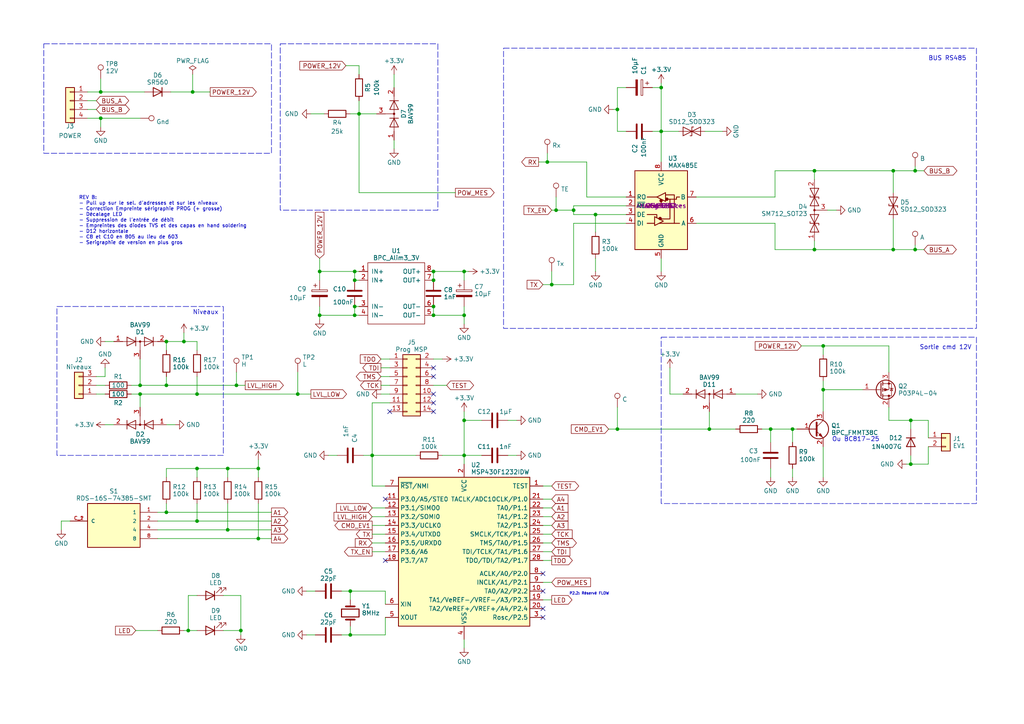
<source format=kicad_sch>
(kicad_sch (version 20230121) (generator eeschema)
  (paper "A4")
  (title_block (title "Esclave Oya MSP430") (date "2025-05-08") (rev "Rev B1") (company "BPC") (comment 1 "Alim 12V - Bus RS485 - cmd EV/Pompe - Niveaux - Débit") (comment 2 "Mesure alim"))
  (junction (at 265.43 49.53))
  (junction (at 172.72 62.23))
  (junction (at 55.88 26.67))
  (junction (at 179.07 31.75))
  (junction (at 134.62 78.74))
  (junction (at 134.62 91.44))
  (junction (at 191.77 25.4))
  (junction (at 191.77 38.1))
  (junction (at 57.15 151.13))
  (junction (at 29.21 34.29))
  (junction (at 74.93 156.21))
  (junction (at 54.61 182.88))
  (junction (at 134.62 132.08))
  (junction (at 101.6 184.15))
  (junction (at 29.21 26.67))
  (junction (at 53.34 99.06))
  (junction (at 57.15 114.3))
  (junction (at 40.64 111.76))
  (junction (at 101.6 171.45))
  (junction (at 259.08 72.39))
  (junction (at 57.15 135.89))
  (junction (at 40.64 114.3))
  (junction (at 66.04 153.67))
  (junction (at 48.26 148.59))
  (junction (at 223.52 124.46))
  (junction (at 265.43 72.39))
  (junction (at 69.85 182.88))
  (junction (at 160.02 82.55))
  (junction (at 102.87 88.9))
  (junction (at 166.37 60.96))
  (junction (at 66.04 135.89))
  (junction (at 92.71 78.74))
  (junction (at 158.75 46.99))
  (junction (at 179.07 124.46))
  (junction (at 102.87 81.28))
  (junction (at 74.93 135.89))
  (junction (at 229.87 124.46))
  (junction (at 48.26 111.76))
  (junction (at 264.16 134.62))
  (junction (at 236.22 49.53))
  (junction (at 125.73 88.9))
  (junction (at 236.22 72.39))
  (junction (at 259.08 49.53))
  (junction (at 102.87 91.44))
  (junction (at 125.73 91.44))
  (junction (at 92.71 91.44))
  (junction (at 86.36 114.3))
  (junction (at 125.73 81.28))
  (junction (at 102.87 78.74))
  (junction (at 68.58 111.76))
  (junction (at 107.95 132.08))
  (junction (at 161.29 60.96))
  (junction (at 238.76 100.33))
  (junction (at 238.76 113.03))
  (junction (at 205.74 124.46))
  (junction (at 125.73 78.74))
  (junction (at 134.62 121.92))
  (junction (at 48.26 99.06))
  (junction (at 104.14 33.02))
  (junction (at 264.16 121.92))
  (no_connect (at 157.48 171.45))
  (no_connect (at 125.73 109.22))
  (no_connect (at 157.48 166.37))
  (no_connect (at 111.76 144.78))
  (no_connect (at 111.76 162.56))
  (no_connect (at 125.73 116.84))
  (no_connect (at 113.03 119.38))
  (no_connect (at 157.48 176.53))
  (no_connect (at 125.73 114.3))
  (no_connect (at 125.73 119.38))
  (no_connect (at 157.48 179.07))
  (no_connect (at 125.73 106.68))
  (wire (pts (xy 55.88 26.67) (xy 60.96 26.67)))
  (wire (pts (xy 157.48 162.56) (xy 160.02 162.56)))
  (wire (pts (xy 88.9 184.15) (xy 91.44 184.15)))
  (wire (pts (xy 107.95 140.97) (xy 111.76 140.97)))
  (wire (pts (xy 40.64 111.76) (xy 38.1 111.76)))
  (wire (pts (xy 54.61 172.72) (xy 57.15 172.72)))
  (wire (pts (xy 265.43 48.26) (xy 265.43 49.53)))
  (wire (pts (xy 54.61 182.88) (xy 57.15 182.88)))
  (wire (pts (xy 102.87 88.9) (xy 104.14 88.9)))
  (wire (pts (xy 38.1 114.3) (xy 40.64 114.3)))
  (wire (pts (xy 104.14 33.02) (xy 109.22 33.02)))
  (wire (pts (xy 158.75 46.99) (xy 170.18 46.99)))
  (wire (pts (xy 102.87 78.74) (xy 104.14 78.74)))
  (wire (pts (xy 161.29 60.96) (xy 166.37 60.96)))
  (wire (pts (xy 30.48 106.68) (xy 30.48 109.22)))
  (wire (pts (xy 179.07 31.75) (xy 179.07 25.4)))
  (wire (pts (xy 30.48 111.76) (xy 27.94 111.76)))
  (wire (pts (xy 110.49 106.68) (xy 113.03 106.68)))
  (wire (pts (xy 134.62 93.98) (xy 134.62 91.44)))
  (wire (pts (xy 134.62 121.92) (xy 139.7 121.92)))
  (wire (pts (xy 39.37 182.88) (xy 45.72 182.88)))
  (wire (pts (xy 194.31 114.3) (xy 198.12 114.3)))
  (wire (pts (xy 92.71 78.74) (xy 102.87 78.74)))
  (wire (pts (xy 157.48 140.97) (xy 160.02 140.97)))
  (wire (pts (xy 238.76 129.54) (xy 238.76 138.43)))
  (wire (pts (xy 125.73 78.74) (xy 134.62 78.74)))
  (wire (pts (xy 25.4 26.67) (xy 29.21 26.67)))
  (wire (pts (xy 134.62 121.92) (xy 134.62 132.08)))
  (wire (pts (xy 114.3 21.59) (xy 114.3 25.4)))
  (wire (pts (xy 104.14 55.88) (xy 132.08 55.88)))
  (wire (pts (xy 157.48 147.32) (xy 160.02 147.32)))
  (wire (pts (xy 107.95 132.08) (xy 120.65 132.08)))
  (wire (pts (xy 157.48 144.78) (xy 160.02 144.78)))
  (wire (pts (xy 53.34 182.88) (xy 54.61 182.88)))
  (wire (pts (xy 48.26 123.19) (xy 50.8 123.19)))
  (wire (pts (xy 111.76 175.26) (xy 111.76 171.45)))
  (wire (pts (xy 191.77 38.1) (xy 196.85 38.1)))
  (wire (pts (xy 57.15 135.89) (xy 66.04 135.89)))
  (wire (pts (xy 40.64 114.3) (xy 40.64 118.11)))
  (wire (pts (xy 57.15 151.13) (xy 78.74 151.13)))
  (wire (pts (xy 224.79 72.39) (xy 224.79 64.77)))
  (wire (pts (xy 170.18 46.99) (xy 170.18 57.15)))
  (wire (pts (xy 29.21 36.83) (xy 29.21 34.29)))
  (wire (pts (xy 111.76 179.07) (xy 111.76 184.15)))
  (wire (pts (xy 29.21 22.86) (xy 29.21 26.67)))
  (wire (pts (xy 53.34 96.52) (xy 53.34 99.06)))
  (wire (pts (xy 191.77 25.4) (xy 191.77 38.1)))
  (wire (pts (xy 238.76 100.33) (xy 238.76 102.87)))
  (wire (pts (xy 160.02 82.55) (xy 166.37 82.55)))
  (wire (pts (xy 99.06 171.45) (xy 101.6 171.45)))
  (wire (pts (xy 265.43 72.39) (xy 267.97 72.39)))
  (wire (pts (xy 68.58 111.76) (xy 71.12 111.76)))
  (wire (pts (xy 161.29 57.15) (xy 161.29 60.96)))
  (wire (pts (xy 262.89 134.62) (xy 264.16 134.62)))
  (wire (pts (xy 189.23 38.1) (xy 191.77 38.1)))
  (wire (pts (xy 66.04 153.67) (xy 66.04 146.05)))
  (wire (pts (xy 104.14 55.88) (xy 104.14 33.02)))
  (wire (pts (xy 54.61 182.88) (xy 54.61 172.72)))
  (wire (pts (xy 134.62 78.74) (xy 135.89 78.74)))
  (wire (pts (xy 48.26 146.05) (xy 48.26 148.59)))
  (wire (pts (xy 125.73 88.9) (xy 125.73 91.44)))
  (wire (pts (xy 157.48 173.99) (xy 160.02 173.99)))
  (wire (pts (xy 257.81 107.95) (xy 257.81 100.33)))
  (wire (pts (xy 259.08 72.39) (xy 265.43 72.39)))
  (wire (pts (xy 157.48 157.48) (xy 160.02 157.48)))
  (wire (pts (xy 102.87 88.9) (xy 102.87 91.44)))
  (wire (pts (xy 191.77 74.93) (xy 191.77 78.74)))
  (wire (pts (xy 104.14 29.21) (xy 104.14 33.02)))
  (wire (pts (xy 25.4 29.21) (xy 27.94 29.21)))
  (wire (pts (xy 101.6 181.61) (xy 101.6 184.15)))
  (wire (pts (xy 204.47 38.1) (xy 209.55 38.1)))
  (wire (pts (xy 88.9 171.45) (xy 91.44 171.45)))
  (wire (pts (xy 265.43 71.12) (xy 265.43 72.39)))
  (wire (pts (xy 259.08 63.5) (xy 259.08 72.39)))
  (wire (pts (xy 48.26 111.76) (xy 68.58 111.76)))
  (wire (pts (xy 134.62 185.42) (xy 134.62 187.96)))
  (wire (pts (xy 181.61 38.1) (xy 179.07 38.1)))
  (wire (pts (xy 49.53 26.67) (xy 55.88 26.67)))
  (wire (pts (xy 48.26 135.89) (xy 57.15 135.89)))
  (wire (pts (xy 179.07 118.11) (xy 179.07 124.46)))
  (wire (pts (xy 110.49 111.76) (xy 113.03 111.76)))
  (wire (pts (xy 179.07 25.4) (xy 181.61 25.4)))
  (wire (pts (xy 110.49 114.3) (xy 113.03 114.3)))
  (wire (pts (xy 125.73 111.76) (xy 129.54 111.76)))
  (wire (pts (xy 33.02 99.06) (xy 30.48 99.06)))
  (wire (pts (xy 236.22 49.53) (xy 259.08 49.53)))
  (wire (pts (xy 223.52 135.89) (xy 223.52 138.43)))
  (wire (pts (xy 90.17 33.02) (xy 93.98 33.02)))
  (wire (pts (xy 134.62 132.08) (xy 139.7 132.08)))
  (wire (pts (xy 160.02 78.74) (xy 160.02 82.55)))
  (wire (pts (xy 92.71 92.71) (xy 92.71 91.44)))
  (wire (pts (xy 92.71 81.28) (xy 92.71 78.74)))
  (wire (pts (xy 229.87 124.46) (xy 231.14 124.46)))
  (wire (pts (xy 27.94 114.3) (xy 30.48 114.3)))
  (wire (pts (xy 66.04 135.89) (xy 66.04 138.43)))
  (wire (pts (xy 100.33 19.05) (xy 104.14 19.05)))
  (wire (pts (xy 191.77 24.13) (xy 191.77 25.4)))
  (wire (pts (xy 48.26 109.22) (xy 48.26 111.76)))
  (wire (pts (xy 205.74 124.46) (xy 213.36 124.46)))
  (wire (pts (xy 269.24 127) (xy 269.24 121.92)))
  (wire (pts (xy 238.76 113.03) (xy 250.19 113.03)))
  (wire (pts (xy 99.06 184.15) (xy 101.6 184.15)))
  (wire (pts (xy 107.95 132.08) (xy 107.95 140.97)))
  (wire (pts (xy 74.93 133.35) (xy 74.93 135.89)))
  (wire (pts (xy 269.24 129.54) (xy 269.24 134.62)))
  (wire (pts (xy 166.37 59.69) (xy 166.37 60.96)))
  (wire (pts (xy 105.41 132.08) (xy 107.95 132.08)))
  (wire (pts (xy 236.22 49.53) (xy 236.22 52.07)))
  (wire (pts (xy 86.36 114.3) (xy 90.17 114.3)))
  (wire (pts (xy 201.93 64.77) (xy 224.79 64.77)))
  (wire (pts (xy 57.15 151.13) (xy 57.15 146.05)))
  (wire (pts (xy 40.64 111.76) (xy 48.26 111.76)))
  (wire (pts (xy 179.07 124.46) (xy 205.74 124.46)))
  (wire (pts (xy 107.95 160.02) (xy 111.76 160.02)))
  (wire (pts (xy 177.8 31.75) (xy 179.07 31.75)))
  (wire (pts (xy 68.58 107.95) (xy 68.58 111.76)))
  (wire (pts (xy 74.93 156.21) (xy 74.93 146.05)))
  (wire (pts (xy 172.72 74.93) (xy 172.72 78.74)))
  (wire (pts (xy 53.34 99.06) (xy 57.15 99.06)))
  (wire (pts (xy 229.87 135.89) (xy 229.87 138.43)))
  (wire (pts (xy 69.85 172.72) (xy 69.85 182.88)))
  (wire (pts (xy 55.88 21.59) (xy 55.88 26.67)))
  (wire (pts (xy 125.73 104.14) (xy 128.27 104.14)))
  (wire (pts (xy 201.93 57.15) (xy 224.79 57.15)))
  (wire (pts (xy 259.08 49.53) (xy 259.08 55.88)))
  (wire (pts (xy 236.22 72.39) (xy 224.79 72.39)))
  (wire (pts (xy 40.64 104.14) (xy 40.64 111.76)))
  (wire (pts (xy 166.37 62.23) (xy 172.72 62.23)))
  (wire (pts (xy 74.93 135.89) (xy 74.93 138.43)))
  (wire (pts (xy 134.62 119.38) (xy 134.62 121.92)))
  (wire (pts (xy 107.95 147.32) (xy 111.76 147.32)))
  (wire (pts (xy 48.26 138.43) (xy 48.26 135.89)))
  (wire (pts (xy 147.32 132.08) (xy 149.86 132.08)))
  (wire (pts (xy 259.08 49.53) (xy 265.43 49.53)))
  (wire (pts (xy 30.48 109.22) (xy 27.94 109.22)))
  (wire (pts (xy 134.62 88.9) (xy 134.62 91.44)))
  (wire (pts (xy 57.15 135.89) (xy 57.15 138.43)))
  (wire (pts (xy 110.49 104.14) (xy 113.03 104.14)))
  (wire (pts (xy 157.48 160.02) (xy 160.02 160.02)))
  (wire (pts (xy 176.53 124.46) (xy 179.07 124.46)))
  (wire (pts (xy 238.76 110.49) (xy 238.76 113.03)))
  (wire (pts (xy 107.95 149.86) (xy 111.76 149.86)))
  (wire (pts (xy 25.4 31.75) (xy 27.94 31.75)))
  (wire (pts (xy 128.27 132.08) (xy 134.62 132.08)))
  (wire (pts (xy 223.52 124.46) (xy 223.52 128.27)))
  (wire (pts (xy 264.16 121.92) (xy 264.16 124.46)))
  (wire (pts (xy 40.64 114.3) (xy 57.15 114.3)))
  (wire (pts (xy 30.48 123.19) (xy 33.02 123.19)))
  (wire (pts (xy 224.79 57.15) (xy 224.79 49.53)))
  (wire (pts (xy 213.36 114.3) (xy 219.71 114.3)))
  (wire (pts (xy 157.48 154.94) (xy 160.02 154.94)))
  (wire (pts (xy 166.37 59.69) (xy 181.61 59.69)))
  (wire (pts (xy 160.02 60.96) (xy 161.29 60.96)))
  (wire (pts (xy 102.87 91.44) (xy 104.14 91.44)))
  (wire (pts (xy 240.03 60.96) (xy 242.57 60.96)))
  (wire (pts (xy 57.15 109.22) (xy 57.15 114.3)))
  (wire (pts (xy 92.71 91.44) (xy 92.71 88.9)))
  (wire (pts (xy 166.37 64.77) (xy 181.61 64.77)))
  (wire (pts (xy 48.26 148.59) (xy 78.74 148.59)))
  (wire (pts (xy 107.95 154.94) (xy 111.76 154.94)))
  (wire (pts (xy 147.32 121.92) (xy 149.86 121.92)))
  (wire (pts (xy 224.79 49.53) (xy 236.22 49.53)))
  (wire (pts (xy 189.23 25.4) (xy 191.77 25.4)))
  (wire (pts (xy 194.31 106.68) (xy 194.31 114.3)))
  (wire (pts (xy 229.87 124.46) (xy 229.87 128.27)))
  (wire (pts (xy 157.48 149.86) (xy 160.02 149.86)))
  (wire (pts (xy 238.76 100.33) (xy 257.81 100.33)))
  (wire (pts (xy 157.48 168.91) (xy 160.02 168.91)))
  (wire (pts (xy 265.43 49.53) (xy 267.97 49.53)))
  (wire (pts (xy 257.81 118.11) (xy 257.81 121.92)))
  (wire (pts (xy 264.16 132.08) (xy 264.16 134.62)))
  (wire (pts (xy 20.32 151.13) (xy 17.78 151.13)))
  (wire (pts (xy 156.21 46.99) (xy 158.75 46.99)))
  (wire (pts (xy 17.78 151.13) (xy 17.78 153.67)))
  (wire (pts (xy 172.72 62.23) (xy 181.61 62.23)))
  (wire (pts (xy 114.3 40.64) (xy 114.3 43.18)))
  (wire (pts (xy 45.72 153.67) (xy 66.04 153.67)))
  (wire (pts (xy 64.77 182.88) (xy 69.85 182.88)))
  (wire (pts (xy 104.14 19.05) (xy 104.14 21.59)))
  (wire (pts (xy 158.75 44.45) (xy 158.75 46.99)))
  (wire (pts (xy 125.73 78.74) (xy 125.73 81.28)))
  (wire (pts (xy 92.71 74.93) (xy 92.71 78.74)))
  (wire (pts (xy 269.24 121.92) (xy 264.16 121.92)))
  (wire (pts (xy 172.72 62.23) (xy 172.72 67.31)))
  (wire (pts (xy 45.72 148.59) (xy 48.26 148.59)))
  (wire (pts (xy 45.72 156.21) (xy 74.93 156.21)))
  (wire (pts (xy 264.16 121.92) (xy 257.81 121.92)))
  (wire (pts (xy 264.16 134.62) (xy 269.24 134.62)))
  (wire (pts (xy 125.73 91.44) (xy 134.62 91.44)))
  (wire (pts (xy 48.26 99.06) (xy 53.34 99.06)))
  (wire (pts (xy 29.21 26.67) (xy 41.91 26.67)))
  (wire (pts (xy 66.04 135.89) (xy 74.93 135.89)))
  (wire (pts (xy 29.21 34.29) (xy 25.4 34.29)))
  (wire (pts (xy 57.15 114.3) (xy 86.36 114.3)))
  (wire (pts (xy 66.04 153.67) (xy 78.74 153.67)))
  (wire (pts (xy 107.95 116.84) (xy 107.95 132.08)))
  (wire (pts (xy 110.49 109.22) (xy 113.03 109.22)))
  (wire (pts (xy 64.77 172.72) (xy 69.85 172.72)))
  (wire (pts (xy 107.95 116.84) (xy 113.03 116.84)))
  (wire (pts (xy 86.36 107.95) (xy 86.36 114.3)))
  (wire (pts (xy 223.52 124.46) (xy 229.87 124.46)))
  (wire (pts (xy 69.85 182.88) (xy 69.85 184.15)))
  (wire (pts (xy 102.87 78.74) (xy 102.87 81.28)))
  (wire (pts (xy 157.48 82.55) (xy 160.02 82.55)))
  (wire (pts (xy 45.72 151.13) (xy 57.15 151.13)))
  (wire (pts (xy 166.37 60.96) (xy 166.37 62.23)))
  (wire (pts (xy 57.15 99.06) (xy 57.15 101.6)))
  (wire (pts (xy 191.77 38.1) (xy 191.77 46.99)))
  (wire (pts (xy 95.25 132.08) (xy 97.79 132.08)))
  (wire (pts (xy 166.37 82.55) (xy 166.37 64.77)))
  (wire (pts (xy 48.26 99.06) (xy 48.26 101.6)))
  (wire (pts (xy 134.62 78.74) (xy 134.62 81.28)))
  (wire (pts (xy 101.6 171.45) (xy 101.6 173.99)))
  (wire (pts (xy 107.95 157.48) (xy 111.76 157.48)))
  (wire (pts (xy 238.76 113.03) (xy 238.76 119.38)))
  (wire (pts (xy 92.71 91.44) (xy 102.87 91.44)))
  (wire (pts (xy 179.07 38.1) (xy 179.07 31.75)))
  (wire (pts (xy 134.62 132.08) (xy 134.62 134.62)))
  (wire (pts (xy 40.64 34.29) (xy 29.21 34.29)))
  (wire (pts (xy 205.74 119.38) (xy 205.74 124.46)))
  (wire (pts (xy 236.22 69.85) (xy 236.22 72.39)))
  (wire (pts (xy 74.93 156.21) (xy 78.74 156.21)))
  (wire (pts (xy 232.41 100.33) (xy 238.76 100.33)))
  (wire (pts (xy 102.87 81.28) (xy 104.14 81.28)))
  (wire (pts (xy 181.61 57.15) (xy 170.18 57.15)))
  (wire (pts (xy 101.6 33.02) (xy 104.14 33.02)))
  (wire (pts (xy 111.76 171.45) (xy 101.6 171.45)))
  (wire (pts (xy 157.48 152.4) (xy 160.02 152.4)))
  (wire (pts (xy 236.22 72.39) (xy 259.08 72.39)))
  (wire (pts (xy 107.95 152.4) (xy 111.76 152.4)))
  (wire (pts (xy 101.6 184.15) (xy 111.76 184.15)))
  (wire (pts (xy 220.98 124.46) (xy 223.52 124.46)))
  (rectangle (start 191.77 97.79) (end 283.21 146.05) (stroke (width 0) (type dash)))
  (rectangle (start 16.51 88.9) (end 64.77 132.08) (stroke (width 0) (type dash)))
  (rectangle (start 146.05 13.97) (end 283.21 95.25) (stroke (width 0) (type dash)))
  (rectangle (start 12.7 12.7) (end 78.74 44.45) (stroke (width 0) (type dash)))
  (rectangle (start 81.28 12.7) (end 127 60.96) (stroke (width 0) (type dash)))
  (text "BUS RS485" (at 269.24 17.78 0) (effects (font (size 1.27 1.27)) (justify left bottom)))
  (text "Sortie cmd 12V" (at 266.7 101.6 0) (effects (font (size 1.27 1.27)) (justify left bottom)))
  (text "P2.2: Réservé FLOW" (at 165.1 172.72 0) (effects (font (size 0.762 0.762)) (justify left bottom)))
  (text "REV B:\n- Pull up sur le sel. d'adresses et sur les niveaux\n- Correction Empreinte sérigraphie PROG (+ grosse)\n- Décalage LED\n- Suppression de l'entrée de débit\n- Empreintes des diodes TVS et des capas en hand soldering\n- D12 horizontale\n- C8 et C10 en 805 au lieu de 603\n- Serigraphie de version en plus gros" (at 22.86 71.12 0) (effects (font (size 1.016 1.016)) (justify left bottom)))
  (text "Ou BC817-25" (at 241.3 128.27 0) (effects (font (size 1.27 1.27)) (justify left bottom)))
  (text "Niveaux" (at 55.88 91.44 0) (effects (font (size 1.27 1.27)) (justify left bottom)))
  (global_label "LED" (shape output) (at 160.02 173.99 0) (property "Intersheetrefs" "${INTERSHEET_REFS}" (effects hide)))
  (global_label "A1" (shape output) (at 78.74 148.59 0) (property "Intersheetrefs" "${INTERSHEET_REFS}" (effects hide)))
  (global_label "BUS_B" (shape tri_state) (at 27.94 31.75 0) (property "Intersheetrefs" "${INTERSHEET_REFS}" (effects hide)))
  (global_label "BUS_B" (shape tri_state) (at 267.97 49.53 0) (property "Intersheetrefs" "${INTERSHEET_REFS}" (effects hide)))
  (global_label "POWER_12V" (shape input) (at 100.33 19.05 180) (property "Intersheetrefs" "${INTERSHEET_REFS}" (effects hide)))
  (global_label "LVL_LOW" (shape input) (at 107.95 147.32 180) (property "Intersheetrefs" "${INTERSHEET_REFS}" (effects hide)))
  (global_label "CMD_EV1" (shape input) (at 176.53 124.46 180) (property "Intersheetrefs" "${INTERSHEET_REFS}" (effects hide)))
  (global_label "BUS_A" (shape tri_state) (at 267.97 72.39 0) (property "Intersheetrefs" "${INTERSHEET_REFS}" (effects hide)))
  (global_label "TX_EN" (shape output) (at 107.95 160.02 180) (property "Intersheetrefs" "${INTERSHEET_REFS}" (effects hide)))
  (global_label "A2" (shape output) (at 78.74 151.13 0) (property "Intersheetrefs" "${INTERSHEET_REFS}" (effects hide)))
  (global_label "TDO" (shape input) (at 110.49 104.14 180) (property "Intersheetrefs" "${INTERSHEET_REFS}" (effects hide)))
  (global_label "TMS" (shape bidirectional) (at 110.49 109.22 180) (property "Intersheetrefs" "${INTERSHEET_REFS}" (effects hide)))
  (global_label "TDI" (shape output) (at 110.49 106.68 180) (property "Intersheetrefs" "${INTERSHEET_REFS}" (effects hide)))
  (global_label "A3" (shape input) (at 160.02 152.4 0) (property "Intersheetrefs" "${INTERSHEET_REFS}" (effects hide)))
  (global_label "TEST" (shape bidirectional) (at 160.02 140.97 0) (property "Intersheetrefs" "${INTERSHEET_REFS}" (effects hide)))
  (global_label "POW_MES" (shape output) (at 132.08 55.88 0) (property "Intersheetrefs" "${INTERSHEET_REFS}" (effects hide)))
  (global_label "TCK" (shape output) (at 110.49 111.76 180) (property "Intersheetrefs" "${INTERSHEET_REFS}" (effects hide)))
  (global_label "LVL_HIGH" (shape input) (at 107.95 149.86 180) (property "Intersheetrefs" "${INTERSHEET_REFS}" (effects hide)))
  (global_label "BUS_A" (shape tri_state) (at 27.94 29.21 0) (property "Intersheetrefs" "${INTERSHEET_REFS}" (effects hide)))
  (global_label "POWER_12V" (shape input) (at 92.71 74.93 90) (property "Intersheetrefs" "${INTERSHEET_REFS}" (effects hide)))
  (global_label "TMS" (shape bidirectional) (at 160.02 157.48 0) (property "Intersheetrefs" "${INTERSHEET_REFS}" (effects hide)))
  (global_label "TDI" (shape input) (at 160.02 160.02 0) (property "Intersheetrefs" "${INTERSHEET_REFS}" (effects hide)))
  (global_label "TEST" (shape bidirectional) (at 129.54 111.76 0) (property "Intersheetrefs" "${INTERSHEET_REFS}" (effects hide)))
  (global_label "RX" (shape output) (at 156.21 46.99 180) (property "Intersheetrefs" "${INTERSHEET_REFS}" (effects hide)))
  (global_label "POW_MES" (shape input) (at 160.02 168.91 0) (property "Intersheetrefs" "${INTERSHEET_REFS}" (effects hide)))
  (global_label "TX" (shape output) (at 107.95 154.94 180) (property "Intersheetrefs" "${INTERSHEET_REFS}" (effects hide)))
  (global_label "TDO" (shape output) (at 160.02 162.56 0) (property "Intersheetrefs" "${INTERSHEET_REFS}" (effects hide)))
  (global_label "A1" (shape input) (at 160.02 147.32 0) (property "Intersheetrefs" "${INTERSHEET_REFS}" (effects hide)))
  (global_label "POWER_12V" (shape output) (at 60.96 26.67 0) (property "Intersheetrefs" "${INTERSHEET_REFS}" (effects hide)))
  (global_label "A2" (shape input) (at 160.02 149.86 0) (property "Intersheetrefs" "${INTERSHEET_REFS}" (effects hide)))
  (global_label "RX" (shape input) (at 107.95 157.48 180) (property "Intersheetrefs" "${INTERSHEET_REFS}" (effects hide)))
  (global_label "LVL_LOW" (shape output) (at 90.17 114.3 0) (property "Intersheetrefs" "${INTERSHEET_REFS}" (effects hide)))
  (global_label "TX_EN" (shape input) (at 160.02 60.96 180) (property "Intersheetrefs" "${INTERSHEET_REFS}" (effects hide)))
  (global_label "TX" (shape input) (at 157.48 82.55 180) (property "Intersheetrefs" "${INTERSHEET_REFS}" (effects hide)))
  (global_label "CMD_EV1" (shape output) (at 107.95 152.4 180) (property "Intersheetrefs" "${INTERSHEET_REFS}" (effects hide)))
  (global_label "LED" (shape input) (at 39.37 182.88 180) (property "Intersheetrefs" "${INTERSHEET_REFS}" (effects hide)))
  (global_label "A3" (shape output) (at 78.74 153.67 0) (property "Intersheetrefs" "${INTERSHEET_REFS}" (effects hide)))
  (global_label "A4" (shape input) (at 160.02 144.78 0) (property "Intersheetrefs" "${INTERSHEET_REFS}" (effects hide)))
  (global_label "TCK" (shape input) (at 160.02 154.94 0) (property "Intersheetrefs" "${INTERSHEET_REFS}" (effects hide)))
  (global_label "A4" (shape output) (at 78.74 156.21 0) (property "Intersheetrefs" "${INTERSHEET_REFS}" (effects hide)))
  (global_label "POWER_12V" (shape input) (at 232.41 100.33 180) (property "Intersheetrefs" "${INTERSHEET_REFS}" (effects hide)))
  (global_label "LVL_HIGH" (shape output) (at 71.12 111.76 0) (property "Intersheetrefs" "${INTERSHEET_REFS}" (effects hide)))
  (symbol (lib_id "Diode:BAV99") (at 205.74 114.3 0) (mirror y) (unit 1)
    (property "Reference" "D11" (at 205.74 111.5234 0))
    (property "Value" "BAV99" (at 205.74 109.4754 0))
    (property "Footprint" "Package_TO_SOT_SMD:SOT-23" (effects hide))
    (property "Datasheet" "https://assets.nexperia.com/documents/data-sheet/BAV99_SER.pdf" (effects hide))
    (property "RefFabricant" "BAV99" (effects hide))
    (property "RefFournisseur" "2675152" (effects hide))
    (property "Fabricant" "MULTICOMP PRO" (effects hide))
    (property "Fournisseur" "Farnell" (effects hide))
    (property "Description" "Diodes signaux faibles" (effects hide))
    (property "Price" "0,0994" (effects hide))
  )
  (symbol (lib_id "bpc:BPC_PROG_MSP") (at 118.11 111.76 0) (unit 1)
    (property "Reference" "J5" (at 119.38 99.29 0))
    (property "Value" "Prog MSP" (at 119.38 101.338 0))
    (property "Footprint" "bpc:BPC_PROG_MSP" (effects hide))
  )
  (symbol (lib_id "bpc:BPC_RDS-16S-74385-SMT") (at 33.02 151.13 0) (unit 1)
    (property "Reference" "S1" (at 33.02 142.47 0))
    (property "Value" "RDS-16S-74385-SMT" (at 33.02 144.518 0))
    (property "Footprint" "bpc:BPC_RDS-16S-74385-SMT" (effects hide))
    (property "MF" "CUI Devices" (effects hide))
    (property "MAXIMUM_PACKAGE_HEIGHT" "8.35mm" (effects hide))
    (property "Package" "None" (effects hide))
    (property "Price" "None" (effects hide))
    (property "Check_prices" "https://www.snapeda.com/parts/RDS-16S-74385-SMT/CUI+Devices/view-part/?ref=eda" (effects hide))
    (property "STANDARD" "Manufacturer Recommendations" (effects hide))
    (property "PARTREV" "1.0" (effects hide))
    (property "SnapEDA_Link" "https://www.snapeda.com/parts/RDS-16S-74385-SMT/CUI+Devices/view-part/?ref=snap" (effects hide))
    (property "MP" "RDS-16S-74385-SMT" (effects hide))
    (property "Description" "16 Position, Surface Mount, 5.08 mm Pitch, Flat Rotary Actuator, DIP Switch" (effects hide))
    (property "CUI_purchase_URL" "https://www.cuidevices.com/product/switches/dip-switches/rds-16s-74385-smt?utm_source=snapeda.com&utm_medium=referral&utm_campaign=snapedaBOM" (effects hide))
    (property "Availability" "In Stock" (effects hide))
    (property "MANUFACTURER" "CUI Devices" (effects hide))
    (property "RefFabricant" "RDS-16S-74385-SMT-TR" (effects hide))
    (property "Fabricant" "CUI Devices" (effects hide))
    (property "Purchase-URL" "https://www.digikey.at/en/products/detail/cui-devices/RDS-16S-74385-SMT-TR/13530571" (effects hide))
    (property "Fournisseur" "Digikey" (effects hide))
  )
  (symbol (lib_id "power:GND") (at 69.85 184.15 0) (unit 1)
    (property "Reference" "#PWR017" (effects hide))
    (property "Value" "GND" (at 69.85 188.095 0))
  )
  (symbol (lib_id "bpc:BPC_FMMT38C") (at 236.22 124.46 0) (unit 1)
    (property "Reference" "Q1" (at 241.0714 123.436 0) (effects (justify left)))
    (property "Value" "BPC_FMMT38C" (at 241.0714 125.484 0) (effects (justify left)))
    (property "Footprint" "bpc:BPC_SOT-23-3" (effects hide))
    (property "RefFabricant" "FMMT38C" (effects hide))
    (property "RefFournisseur" "9526315" (effects hide))
    (property "Fabricant" "DIODES" (effects hide))
    (property "Fournisseur" "Farnell" (effects hide))
    (property "Description" "Transistor NPN" (effects hide))
    (property "Price" "1,1844" (effects hide))
  )
  (symbol (lib_id "power:GND") (at 229.87 138.43 0) (unit 1)
    (property "Reference" "#PWR030" (effects hide))
    (property "Value" "GND" (at 229.87 142.375 0))
  )
  (symbol (lib_id "Device:R") (at 104.14 25.4 180) (unit 1)
    (property "Reference" "R5" (at 106.68 25.4 90))
    (property "Value" "100k" (at 109.22 25.4 90))
    (property "Footprint" "Resistor_SMD:R_0805_2012Metric_Pad1.20x1.40mm_HandSolder" (effects hide))
    (property "RefFabricant" "MCHVR05JTEW1003" (effects hide))
    (property "RefFournisseur" "2826073" (effects hide))
    (property "Fabricant" "MULTICOMP PRO" (effects hide))
    (property "Fournisseur" "Farnell" (effects hide))
    (property "Description" "Résistance 100 kOhms" (effects hide))
    (property "Price" "0,0522" (effects hide))
  )
  (symbol (lib_id "Device:LED") (at 60.96 182.88 180) (unit 1)
    (property "Reference" "D9" (at 62.5475 177.141 0))
    (property "Value" "LED" (at 62.5475 179.189 0))
    (property "Footprint" "LED_SMD:LED_0805_2012Metric_Pad1.15x1.40mm_HandSolder" (effects hide))
    (property "RefFabricant" "SML-D14VWT86C" (effects hide))
    (property "RefFournisseur" "2829438" (effects hide))
    (property "Fabricant" "ROHM" (effects hide))
    (property "Fournisseur" "Farnell" (effects hide))
    (property "Description" "LED rouge 805" (effects hide))
    (property "Price" "0,4992" (effects hide))
  )
  (symbol (lib_id "Device:C") (at 223.52 132.08 0) (unit 1)
    (property "Reference" "C3" (at 217.17 130.81 0) (effects (justify left)))
    (property "Value" "100nF" (at 214.63 133.35 0) (effects (justify left)))
    (property "Footprint" "Capacitor_SMD:C_0805_2012Metric_Pad1.18x1.45mm_HandSolder" (effects hide))
    (property "RefFabricant" "C0603C104K1RACTU" (effects hide))
    (property "RefFournisseur" "4199453" (effects hide))
    (property "Fabricant" "KEMET" (effects hide))
    (property "Fournisseur" "Farnell" (effects hide))
    (property "Description" "Condensateur céramique 100nF" (effects hide))
    (property "Price" "0,42" (effects hide))
  )
  (symbol (lib_id "bpc:BPC_Alim3_3V") (at 106.68 78.74 0) (unit 1)
    (property "Reference" "U1" (at 114.935 72.747 0))
    (property "Value" "BPC_Alim3_3V" (at 114.935 74.795 0))
    (property "Footprint" "bpc:BPC_Alim3_3V" (effects hide))
  )
  (symbol (lib_id "power:+3.3V") (at 53.34 96.52 0) (unit 1)
    (property "Reference" "#PWR04" (effects hide))
    (property "Value" "+3.3V" (at 54.737 95.25 0) (effects (justify left)))
  )
  (symbol (lib_id "power:GND") (at 114.3 43.18 0) (unit 1)
    (property "Reference" "#PWR016" (effects hide))
    (property "Value" "GND" (at 114.3 47.125 0))
  )
  (symbol (lib_id "power:PWR_FLAG") (at 55.88 21.59 0) (unit 1)
    (property "Reference" "#FLG02" (effects hide))
    (property "Value" "PWR_FLAG" (at 55.88 17.645 0))
  )
  (symbol (lib_id "power:GND") (at 29.21 36.83 0) (unit 1)
    (property "Reference" "#PWR013" (effects hide))
    (property "Value" "GND" (at 29.21 40.775 0))
  )
  (symbol (lib_id "Device:R") (at 238.76 106.68 0) (unit 1)
    (property "Reference" "R10" (at 240.538 105.656 0) (effects (justify left)))
    (property "Value" "100k" (at 240.538 107.704 0) (effects (justify left)))
    (property "Footprint" "Resistor_SMD:R_0805_2012Metric_Pad1.20x1.40mm_HandSolder" (effects hide))
    (property "RefFabricant" "MCHVR05JTEW1003" (effects hide))
    (property "RefFournisseur" "2826073" (effects hide))
    (property "Fabricant" "MULTICOMP PRO" (effects hide))
    (property "Fournisseur" "Farnell" (effects hide))
    (property "Description" "Résistance 100 kOhms" (effects hide))
    (property "Price" "0,0522" (effects hide))
  )
  (symbol (lib_id "Device:R") (at 48.26 105.41 180) (unit 1)
    (property "Reference" "R16" (at 50.038 104.386 0) (effects (justify right)))
    (property "Value" "100k" (at 50.038 106.434 0) (effects (justify right)))
    (property "Footprint" "Resistor_SMD:R_0805_2012Metric_Pad1.20x1.40mm_HandSolder" (effects hide))
    (property "RefFabricant" "MCHVR05JTEW1003" (effects hide))
    (property "RefFournisseur" "2826073" (effects hide))
    (property "Fabricant" "MULTICOMP PRO" (effects hide))
    (property "Fournisseur" "Farnell" (effects hide))
    (property "Description" "Résistance 100 kOhms" (effects hide))
    (property "Price" "0,0522" (effects hide))
  )
  (symbol (lib_id "power:GND") (at 238.76 138.43 0) (unit 1)
    (property "Reference" "#PWR031" (effects hide))
    (property "Value" "GND" (at 238.76 142.375 0))
  )
  (symbol (lib_id "power:GND") (at 242.57 60.96 90) (unit 1)
    (property "Reference" "#PWR012" (effects hide))
    (property "Value" "GND" (at 245.745 60.96 90) (effects (justify right)))
  )
  (symbol (lib_id "Device:C") (at 143.51 121.92 270) (unit 1)
    (property "Reference" "C12" (at 138.43 119.38 90) (effects (justify left)))
    (property "Value" "1µF" (at 144.78 119.38 90) (effects (justify left)))
    (property "Footprint" "Capacitor_SMD:C_0805_2012Metric_Pad1.18x1.45mm_HandSolder" (effects hide))
    (property "RefFabricant" "C0603C104K1RACTU" (effects hide))
    (property "RefFournisseur" "4199453" (effects hide))
    (property "Fabricant" "KEMET" (effects hide))
    (property "Fournisseur" "Farnell" (effects hide))
    (property "Description" "Condensateur céramique 100nF" (effects hide))
    (property "Price" "0,42" (effects hide))
  )
  (symbol (lib_id "Device:D") (at 45.72 26.67 180) (unit 1)
    (property "Reference" "D6" (at 45.72 21.82 0))
    (property "Value" "SR560" (at 45.72 23.868 0))
    (property "Footprint" "Diode_THT:D_DO-15_P12.70mm_Horizontal" (effects hide))
    (property "Sim.Device" "D" (effects hide))
    (property "Sim.Pins" "1=K 2=A" (effects hide))
    (property "RefFabricant" "SR560" (effects hide))
    (property "RefFournisseur" "2675411" (effects hide))
    (property "Fabricant" "MULTICOMP PRO" (effects hide))
    (property "Fournisseur" "Farnell" (effects hide))
    (property "Description" "Diode de redressement SR560" (effects hide))
    (property "Price" "0,5844" (effects hide))
  )
  (symbol (lib_id "power:GND") (at 177.8 31.75 270) (unit 1)
    (property "Reference" "#PWR07" (effects hide))
    (property "Value" "GND" (at 174.6251 31.75 90) (effects (justify right)))
  )
  (symbol (lib_id "Diode:BAV99") (at 40.64 123.19 180) (unit 1)
    (property "Reference" "D2" (at 40.64 125.9666 0))
    (property "Value" "BAV99" (at 40.64 128.0146 0))
    (property "Footprint" "Package_TO_SOT_SMD:SOT-23" (effects hide))
    (property "Datasheet" "https://assets.nexperia.com/documents/data-sheet/BAV99_SER.pdf" (effects hide))
    (property "RefFabricant" "BAV99" (effects hide))
    (property "RefFournisseur" "2675152" (effects hide))
    (property "Fabricant" "MULTICOMP PRO" (effects hide))
    (property "Fournisseur" "Farnell" (effects hide))
    (property "Description" "Diodes signaux faibles" (effects hide))
    (property "Price" "0,0994" (effects hide))
  )
  (symbol (lib_id "power:GND") (at 262.89 134.62 270) (unit 1)
    (property "Reference" "#PWR032" (effects hide))
    (property "Value" "GND" (at 255.27 134.62 90) (effects (justify left)))
  )
  (symbol (lib_id "power:GND") (at 110.49 114.3 270) (unit 1)
    (property "Reference" "#PWR034" (effects hide))
    (property "Value" "GND" (at 107.3151 114.3 90) (effects (justify right)))
  )
  (symbol (lib_id "Device:C") (at 125.73 85.09 0) (unit 1)
    (property "Reference" "C8" (at 128.651 84.066 0) (effects (justify left)))
    (property "Value" "1nF" (at 128.651 86.114 0) (effects (justify left)))
    (property "Footprint" "Capacitor_SMD:C_0805_2012Metric_Pad1.18x1.45mm_HandSolder" (effects hide))
    (property "RefFabricant" "C0603X102J5GACAUTO" (effects hide))
    (property "RefFournisseur" "2219417" (effects hide))
    (property "Fabricant" "KEMET" (effects hide))
    (property "Fournisseur" "Farnell" (effects hide))
    (property "Description" "Condensateur céramique 1nF" (effects hide))
    (property "Price" "0,42" (effects hide))
  )
  (symbol (lib_id "power:GND") (at 50.8 123.19 90) (unit 1)
    (property "Reference" "#PWR05" (effects hide))
    (property "Value" "GND" (at 53.975 123.19 90) (effects (justify right)))
  )
  (symbol (lib_id "Device:R") (at 34.29 114.3 90) (unit 1)
    (property "Reference" "R2" (at 34.29 116.84 90))
    (property "Value" "100" (at 34.29 114.3 90))
    (property "Footprint" "Resistor_SMD:R_0805_2012Metric_Pad1.20x1.40mm_HandSolder" (effects hide))
    (property "RefFabricant" "CRCW0805100RFKTA" (effects hide))
    (property "RefFournisseur" "1652906" (effects hide))
    (property "Fabricant" "VISHAY" (effects hide))
    (property "Fournisseur" "Farnell" (effects hide))
    (property "Description" "Résistance 100 Ohms" (effects hide))
    (property "Price" "0,0522" (effects hide))
  )
  (symbol (lib_id "power:GND") (at 149.86 121.92 90) (unit 1)
    (property "Reference" "#PWR036" (effects hide))
    (property "Value" "GND" (at 153.035 121.92 90) (effects (justify right)))
  )
  (symbol (lib_id "power:+3.3V") (at 30.48 123.19 90) (unit 1)
    (property "Reference" "#PWR03" (effects hide))
    (property "Value" "+3.3V" (at 27.305 123.19 90) (effects (justify left)))
  )
  (symbol (lib_id "Device:D") (at 264.16 128.27 270) (unit 1)
    (property "Reference" "D12" (at 257.81 127 90) (effects (justify left)))
    (property "Value" "1N4007G" (at 252.73 129.54 90) (effects (justify left)))
    (property "Footprint" "Diode_THT:D_A-405_P7.62mm_Horizontal" (effects hide))
    (property "Sim.Device" "D" (effects hide))
    (property "Sim.Pins" "1=K 2=A" (effects hide))
    (property "RefFabricant" "1N4007G" (effects hide))
    (property "RefFournisseur" "2675047" (effects hide))
    (property "Fabricant" "MULTICOMP PRO" (effects hide))
    (property "Fournisseur" "Farnell" (effects hide))
    (property "Description" "Diode de redressement" (effects hide))
    (property "Price" "0,1272" (effects hide))
  )
  (symbol (lib_id "Connector:TestPoint") (at 160.02 78.74 0) (unit 1)
    (property "Reference" "TP4" (effects hide))
    (property "Value" "Tx" (at 161.417 76.462 0) (effects (justify left)))
    (property "Footprint" "TestPoint:TestPoint_Pad_D1.0mm" (effects hide))
    (property "Price" "0" (effects hide))
  )
  (symbol (lib_id "power:GND") (at 134.62 93.98 0) (unit 1)
    (property "Reference" "#PWR024" (effects hide))
    (property "Value" "GND" (at 134.62 97.925 0))
  )
  (symbol (lib_id "power:GND") (at 172.72 78.74 0) (unit 1)
    (property "Reference" "#PWR06" (effects hide))
    (property "Value" "GND" (at 172.72 82.685 0))
  )
  (symbol (lib_id "power:GND") (at 209.55 38.1 90) (unit 1)
    (property "Reference" "#PWR010" (effects hide))
    (property "Value" "GND" (at 213.495 38.1 0))
  )
  (symbol (lib_id "power:GND") (at 219.71 114.3 90) (unit 1)
    (property "Reference" "#PWR028" (effects hide))
    (property "Value" "GND" (at 222.885 114.3 90) (effects (justify right)))
  )
  (symbol (lib_id "power:GND") (at 191.77 78.74 0) (unit 1)
    (property "Reference" "#PWR09" (effects hide))
    (property "Value" "GND" (at 191.77 82.685 0))
  )
  (symbol (lib_id "power:GND") (at 88.9 184.15 270) (unit 1)
    (property "Reference" "#PWR011" (effects hide))
    (property "Value" "GND" (at 85.7251 184.15 90) (effects (justify right)))
  )
  (symbol (lib_id "Device:R") (at 74.93 142.24 180) (unit 1)
    (property "Reference" "R15" (at 76.708 141.216 0) (effects (justify right)))
    (property "Value" "100k" (at 76.708 143.264 0) (effects (justify right)))
    (property "Footprint" "Resistor_SMD:R_0805_2012Metric_Pad1.20x1.40mm_HandSolder" (effects hide))
    (property "RefFabricant" "MCHVR05JTEW1003" (effects hide))
    (property "RefFournisseur" "2826073" (effects hide))
    (property "Fabricant" "MULTICOMP PRO" (effects hide))
    (property "Fournisseur" "Farnell" (effects hide))
    (property "Description" "Résistance 100 kOhms" (effects hide))
    (property "Price" "0,0522" (effects hide))
  )
  (symbol (lib_id "bpc:P03P4L-04") (at 255.27 113.03 0) (unit 1)
    (property "Reference" "Q2" (at 260.477 112.006 0) (effects (justify left)))
    (property "Value" "P03P4L-04" (at 260.477 114.054 0) (effects (justify left)))
    (property "Footprint" "Package_TO_SOT_THT:TO-220-3_Vertical" (effects hide))
    (property "RefFabricant" "IPP80P03P4L04AKSA1" (effects hide))
    (property "RefFournisseur" "823-5554P" (effects hide))
    (property "Fabricant" "INFINEON TECHNOLOGIES" (effects hide))
    (property "Description" "MOS type P" (effects hide))
    (property "Fournisseur" "Radiospares" (effects hide))
    (property "Price" "2,707" (effects hide))
  )
  (symbol (lib_id "Device:R") (at 34.29 111.76 90) (unit 1)
    (property "Reference" "R1" (at 34.29 109.22 90))
    (property "Value" "100" (at 34.29 111.76 90))
    (property "Footprint" "Resistor_SMD:R_0805_2012Metric_Pad1.20x1.40mm_HandSolder" (effects hide))
    (property "RefFabricant" "CRCW0805100RFKTA" (effects hide))
    (property "RefFournisseur" "1652906" (effects hide))
    (property "Fabricant" "VISHAY" (effects hide))
    (property "Fournisseur" "Farnell" (effects hide))
    (property "Description" "Résistance 100 Ohms" (effects hide))
    (property "Price" "0,0522" (effects hide))
  )
  (symbol (lib_id "Device:R") (at 49.53 182.88 90) (unit 1)
    (property "Reference" "R6" (at 49.53 178.284 90))
    (property "Value" "220" (at 49.53 180.332 90))
    (property "Footprint" "Resistor_SMD:R_0805_2012Metric_Pad1.20x1.40mm_HandSolder" (effects hide))
    (property "RefFabricant" "MCMR06X224 JTL" (effects hide))
    (property "RefFournisseur" "2073437" (effects hide))
    (property "Fabricant" "MULTICOMP PRO" (effects hide))
    (property "Fournisseur" "Farnell" (effects hide))
    (property "Description" "Résistance 220 Ohms" (effects hide))
    (property "Price" "0,009" (effects hide))
  )
  (symbol (lib_id "Device:C_Polarized") (at 134.62 85.09 0) (unit 1)
    (property "Reference" "C7" (at 137.541 83.177 0) (effects (justify left)))
    (property "Value" "10µF" (at 137.541 85.225 0) (effects (justify left)))
    (property "Footprint" "Capacitor_SMD:CP_Elec_5x5.9" (effects hide))
    (property "Fabricant" "CHEMI-CON" (effects hide))
    (property "Fournisseur" "Farnell" (effects hide))
    (property "RefFabricant" "EMZA350ADA100ME61G" (effects hide))
    (property "RefFournisseur" "1698723" (effects hide))
    (property "Description" "Condensateur chimique 10µF" (effects hide))
    (property "Price" "0,6312" (effects hide))
  )
  (symbol (lib_id "Connector:TestPoint") (at 29.21 22.86 0) (unit 1)
    (property "Reference" "TP8" (at 30.607 18.534 0) (effects (justify left)))
    (property "Value" "12V" (at 30.607 20.582 0) (effects (justify left)))
    (property "Footprint" "TestPoint:TestPoint_Pad_D1.0mm" (effects hide))
    (property "Price" "0" (effects hide))
  )
  (symbol (lib_id "Connector:TestPoint") (at 86.36 107.95 0) (unit 1)
    (property "Reference" "TP2" (at 87.757 103.624 0) (effects (justify left)))
    (property "Value" "L" (at 87.757 105.672 0) (effects (justify left)))
    (property "Footprint" "TestPoint:TestPoint_Pad_D1.0mm" (effects hide))
    (property "Price" "0" (effects hide))
  )
  (symbol (lib_id "power:GND") (at 95.25 132.08 270) (unit 1)
    (property "Reference" "#PWR033" (effects hide))
    (property "Value" "GND" (at 92.0751 132.08 90) (effects (justify right)))
  )
  (symbol (lib_id "Device:R") (at 229.87 132.08 0) (unit 1)
    (property "Reference" "R9" (at 231.648 131.056 0) (effects (justify left)))
    (property "Value" "100k" (at 231.648 133.104 0) (effects (justify left)))
    (property "Footprint" "Resistor_SMD:R_0805_2012Metric_Pad1.20x1.40mm_HandSolder" (effects hide))
    (property "RefFabricant" "MCHVR05JTEW1003" (effects hide))
    (property "RefFournisseur" "2826073" (effects hide))
    (property "Fabricant" "MULTICOMP PRO" (effects hide))
    (property "Fournisseur" "Farnell" (effects hide))
    (property "Description" "Résistance 100 kOhms" (effects hide))
    (property "Price" "0,0522" (effects hide))
  )
  (symbol (lib_id "power:GND") (at 88.9 171.45 270) (unit 1)
    (property "Reference" "#PWR038" (effects hide))
    (property "Value" "GND" (at 85.7251 171.45 90) (effects (justify right)))
  )
  (symbol (lib_id "power:GND") (at 90.17 33.02 270) (unit 1)
    (property "Reference" "#PWR014" (effects hide))
    (property "Value" "GND" (at 82.55 33.02 90) (effects (justify left)))
  )
  (symbol (lib_id "Connector:TestPoint") (at 40.64 34.29 270) (unit 1)
    (property "Reference" "TP9" (effects hide))
    (property "Value" "Gnd" (at 45.339 35.314 90) (effects (justify left)))
    (property "Footprint" "TestPoint:TestPoint_Pad_D1.0mm" (effects hide))
    (property "Price" "0" (effects hide))
  )
  (symbol (lib_id "Connector:TestPoint") (at 68.58 107.95 0) (unit 1)
    (property "Reference" "TP1" (at 69.977 103.624 0) (effects (justify left)))
    (property "Value" "H" (at 69.977 105.672 0) (effects (justify left)))
    (property "Footprint" "TestPoint:TestPoint_Pad_D1.0mm" (effects hide))
    (property "Price" "0" (effects hide))
  )
  (symbol (lib_id "Connector:TestPoint") (at 265.43 71.12 0) (unit 1)
    (property "Reference" "TP7" (effects hide))
    (property "Value" "A" (at 266.827 68.842 0) (effects (justify left)))
    (property "Footprint" "TestPoint:TestPoint_Pad_D1.0mm" (effects hide))
    (property "Price" "0" (effects hide))
  )
  (symbol (lib_id "bpc:BPC_SD12_SOD323") (at 200.66 38.1 0) (unit 1)
    (property "Reference" "D3" (at 200.66 33.2754 0))
    (property "Value" "SD12_SOD323" (at 200.66 35.3234 0))
    (property "Footprint" "bpc:BPC_D_SOD-323_HandSoldering" (effects hide))
    (property "Datasheet" "https://www.littelfuse.com/~/media/electronics/datasheets/tvs_diode_arrays/littelfuse_tvs_diode_array_sd_c_datasheet.pdf.pdf" (effects hide))
  )
  (symbol (lib_id "Device:C") (at 95.25 184.15 90) (unit 1)
    (property "Reference" "C6" (at 95.25 178.411 90))
    (property "Value" "22pF" (at 95.25 180.459 90))
    (property "Footprint" "Capacitor_SMD:C_0603_1608Metric_Pad1.08x0.95mm_HandSolder" (effects hide))
    (property "RefFabricant" "C0603X102J5GACAUTO" (effects hide))
    (property "RefFournisseur" "2219417" (effects hide))
    (property "Fabricant" "KEMET" (effects hide))
    (property "Fournisseur" "Farnell" (effects hide))
    (property "Description" "Condensateur céramique 1nF" (effects hide))
    (property "Price" "0,42" (effects hide))
  )
  (symbol (lib_id "power:GND") (at 92.71 92.71 0) (unit 1)
    (property "Reference" "#PWR023" (effects hide))
    (property "Value" "GND" (at 92.71 96.655 0))
  )
  (symbol (lib_id "power:GND") (at 149.86 132.08 90) (unit 1)
    (property "Reference" "#PWR039" (effects hide))
    (property "Value" "GND" (at 153.035 132.08 90) (effects (justify right)))
  )
  (symbol (lib_id "Device:R") (at 57.15 105.41 180) (unit 1)
    (property "Reference" "R17" (at 58.928 104.386 0) (effects (justify right)))
    (property "Value" "100k" (at 58.928 106.434 0) (effects (justify right)))
    (property "Footprint" "Resistor_SMD:R_0805_2012Metric_Pad1.20x1.40mm_HandSolder" (effects hide))
    (property "RefFabricant" "MCHVR05JTEW1003" (effects hide))
    (property "RefFournisseur" "2826073" (effects hide))
    (property "Fabricant" "MULTICOMP PRO" (effects hide))
    (property "Fournisseur" "Farnell" (effects hide))
    (property "Description" "Résistance 100 kOhms" (effects hide))
    (property "Price" "0,0522" (effects hide))
  )
  (symbol (lib_id "Device:C") (at 143.51 132.08 270) (unit 1)
    (property "Reference" "C11" (at 138.43 129.54 90) (effects (justify left)))
    (property "Value" "1nF" (at 144.78 129.54 90) (effects (justify left)))
    (property "Footprint" "Capacitor_SMD:C_0805_2012Metric_Pad1.18x1.45mm_HandSolder" (effects hide))
    (property "RefFabricant" "C0603C104K1RACTU" (effects hide))
    (property "RefFournisseur" "4199453" (effects hide))
    (property "Fabricant" "KEMET" (effects hide))
    (property "Fournisseur" "Farnell" (effects hide))
    (property "Description" "Condensateur céramique 100nF" (effects hide))
    (property "Price" "0,42" (effects hide))
  )
  (symbol (lib_id "power:+3.3V") (at 191.77 24.13 0) (unit 1)
    (property "Reference" "#PWR015" (effects hide))
    (property "Value" "+3.3V" (at 191.77 20.185 0))
  )
  (symbol (lib_id "Connector:TestPoint") (at 179.07 118.11 0) (unit 1)
    (property "Reference" "TP11" (effects hide))
    (property "Value" "C" (at 180.467 115.832 0) (effects (justify left)))
    (property "Footprint" "TestPoint:TestPoint_Pad_D1.0mm" (effects hide))
    (property "Price" "0" (effects hide))
  )
  (symbol (lib_id "Device:R") (at 66.04 142.24 180) (unit 1)
    (property "Reference" "R14" (at 67.818 141.216 0) (effects (justify right)))
    (property "Value" "100k" (at 67.818 143.264 0) (effects (justify right)))
    (property "Footprint" "Resistor_SMD:R_0805_2012Metric_Pad1.20x1.40mm_HandSolder" (effects hide))
    (property "RefFabricant" "MCHVR05JTEW1003" (effects hide))
    (property "RefFournisseur" "2826073" (effects hide))
    (property "Fabricant" "MULTICOMP PRO" (effects hide))
    (property "Fournisseur" "Farnell" (effects hide))
    (property "Description" "Résistance 100 kOhms" (effects hide))
    (property "Price" "0,0522" (effects hide))
  )
  (symbol (lib_id "Device:R") (at 48.26 142.24 180) (unit 1)
    (property "Reference" "R12" (at 50.038 141.216 0) (effects (justify right)))
    (property "Value" "100k" (at 50.038 143.264 0) (effects (justify right)))
    (property "Footprint" "Resistor_SMD:R_0805_2012Metric_Pad1.20x1.40mm_HandSolder" (effects hide))
    (property "RefFabricant" "MCHVR05JTEW1003" (effects hide))
    (property "RefFournisseur" "2826073" (effects hide))
    (property "Fabricant" "MULTICOMP PRO" (effects hide))
    (property "Fournisseur" "Farnell" (effects hide))
    (property "Description" "Résistance 100 kOhms" (effects hide))
    (property "Price" "0,0522" (effects hide))
  )
  (symbol (lib_id "Device:R") (at 172.72 71.12 0) (unit 1)
    (property "Reference" "R3" (at 174.498 70.096 0) (effects (justify left)))
    (property "Value" "100k" (at 174.498 72.144 0) (effects (justify left)))
    (property "Footprint" "Resistor_SMD:R_0805_2012Metric_Pad1.20x1.40mm_HandSolder" (effects hide))
    (property "RefFabricant" "MCHVR05JTEW1003" (effects hide))
    (property "RefFournisseur" "2826073" (effects hide))
    (property "Fabricant" "MULTICOMP PRO" (effects hide))
    (property "Fournisseur" "Farnell" (effects hide))
    (property "Description" "Résistance 100 kOhms" (effects hide))
    (property "Price" "0,0522" (effects hide))
  )
  (symbol (lib_id "Device:C_Polarized") (at 185.42 25.4 270) (unit 1)
    (property "Reference" "C1" (at 186.69 19.05 0) (effects (justify left)))
    (property "Value" "10µF" (at 184.15 16.51 0) (effects (justify left)))
    (property "Footprint" "Capacitor_SMD:C_0805_2012Metric_Pad1.18x1.45mm_HandSolder" (effects hide))
    (property "RefFabricant" "C0603C104K1RACTU" (effects hide))
    (property "RefFournisseur" "4199453" (effects hide))
    (property "Fabricant" "KEMET" (effects hide))
    (property "Fournisseur" "Farnell" (effects hide))
    (property "Description" "Condensateur céramique 100nF" (effects hide))
    (property "Price" "0,42" (effects hide))
  )
  (symbol (lib_id "Connector:TestPoint") (at 265.43 48.26 0) (unit 1)
    (property "Reference" "TP6" (effects hide))
    (property "Value" "B" (at 266.827 45.982 0) (effects (justify left)))
    (property "Footprint" "TestPoint:TestPoint_Pad_D1.0mm" (effects hide))
    (property "Price" "0" (effects hide))
  )
  (symbol (lib_id "Device:C_Polarized") (at 92.71 85.09 0) (unit 1)
    (property "Reference" "C9" (at 88.9 83.82 0) (effects (justify right)))
    (property "Value" "10µF" (at 88.9 86.36 0) (effects (justify right)))
    (property "Footprint" "Capacitor_SMD:CP_Elec_5x5.9" (effects hide))
    (property "Fabricant" "CHEMI-CON" (effects hide))
    (property "Fournisseur" "Farnell" (effects hide))
    (property "RefFabricant" "EMZA350ADA100ME61G" (effects hide))
    (property "RefFournisseur" "1698723" (effects hide))
    (property "Description" "Condensateur chimique 10µF" (effects hide))
    (property "Price" "0,6312" (effects hide))
  )
  (symbol (lib_id "power:GND") (at 134.62 187.96 0) (unit 1)
    (property "Reference" "#PWR037" (effects hide))
    (property "Value" "GND" (at 134.62 191.905 0))
  )
  (symbol (lib_id "Diode:SM712_SOT23") (at 236.22 60.96 90) (unit 1)
    (property "Reference" "D4" (at 234.2134 59.936 90) (effects (justify left)))
    (property "Value" "SM712_SOT23" (at 234.2134 61.984 90) (effects (justify left)))
    (property "Footprint" "Package_TO_SOT_SMD:SOT-23" (effects hide))
    (property "Datasheet" "https://www.littelfuse.com/~/media/electronics/datasheets/tvs_diode_arrays/littelfuse_tvs_diode_array_sm712_datasheet.pdf.pdf" (effects hide))
    (property "RefFabricant" "SM712.TCT" (effects hide))
    (property "RefFournisseur" "1456395RL" (effects hide))
    (property "Fabricant" "SEMTECH" (effects hide))
    (property "Fournisseur" "Farnell" (effects hide))
    (property "Description" "Diode TVS" (effects hide))
    (property "Price" "1,1964" (effects hide))
  )
  (symbol (lib_id "power:+3.3V") (at 114.3 21.59 0) (unit 1)
    (property "Reference" "#PWR020" (effects hide))
    (property "Value" "+3.3V" (at 114.3 17.645 0))
  )
  (symbol (lib_id "bpc:BPC_Quartz_8MHz") (at 101.6 177.8 90) (unit 1)
    (property "Reference" "Y1" (at 104.9274 175.752 90) (effects (justify right)))
    (property "Value" "8MHz" (at 104.9274 177.8 90) (effects (justify right)))
    (property "Footprint" "bpc:BPC_Quartz_8MHz" (effects hide))
    (property "Farnel" "4242855" (effects hide))
    (property "RefFab" "ABM8AAIG-8.000MHZ-V2R-T3" (effects hide))
    (property "RefFournisseur" "4242855" (effects hide))
    (property "RefFabricant" "ABM8AAIG-8.000MHZ-V2R-T3" (effects hide))
    (property "Fabricant" "Abracon" (effects hide))
    (property "Fournisseur" "Farnell" (effects hide))
  )
  (symbol (lib_id "Diode:BAV99") (at 114.3 33.02 270) (mirror x) (unit 1)
    (property "Reference" "D7" (at 117.0766 33.02 0))
    (property "Value" "BAV99" (at 119.1246 33.02 0))
    (property "Footprint" "Package_TO_SOT_SMD:SOT-23" (effects hide))
    (property "Datasheet" "https://assets.nexperia.com/documents/data-sheet/BAV99_SER.pdf" (effects hide))
    (property "RefFabricant" "BAV99" (effects hide))
    (property "RefFournisseur" "2675152" (effects hide))
    (property "Fabricant" "MULTICOMP PRO" (effects hide))
    (property "Fournisseur" "Farnell" (effects hide))
    (property "Description" "Diodes signaux faibles" (effects hide))
    (property "Price" "0,0994" (effects hide))
  )
  (symbol (lib_id "Connector:TestPoint") (at 161.29 57.15 0) (unit 1)
    (property "Reference" "TP5" (effects hide))
    (property "Value" "TE" (at 162.687 54.872 0) (effects (justify left)))
    (property "Footprint" "TestPoint:TestPoint_Pad_D1.0mm" (effects hide))
    (property "Price" "0" (effects hide))
  )
  (symbol (lib_id "power:GND") (at 30.48 106.68 180) (unit 1)
    (property "Reference" "#PWR02" (effects hide))
    (property "Value" "GND" (at 30.48 102.735 0))
  )
  (symbol (lib_id "Connector_Generic:Conn_01x02") (at 274.32 127 0) (unit 1)
    (property "Reference" "J1" (at 276.352 127.246 0) (effects (justify left)))
    (property "Value" "EV1" (at 276.352 129.294 0) (effects (justify left)))
    (property "Footprint" "TerminalBlock_Phoenix:TerminalBlock_Phoenix_MPT-0,5-2-2.54_1x02_P2.54mm_Horizontal" (effects hide))
    (property "RefFabricant" "1725656" (effects hide))
    (property "RefFournisseur" "3041359" (effects hide))
    (property "Fabricant" "PHOENIX CONTACT" (effects hide))
    (property "Fournisseur" "Farnell" (effects hide))
    (property "Description" "Bornier 2 contacts 2.54mm" (effects hide))
    (property "Price" "2,472" (effects hide))
  )
  (symbol (lib_id "Connector_Generic:Conn_01x03") (at 22.86 111.76 180) (unit 1)
    (property "Reference" "J2" (at 22.86 104.37 0))
    (property "Value" "Niveaux" (at 22.86 106.418 0))
    (property "Footprint" "TerminalBlock_Phoenix:TerminalBlock_Phoenix_MPT-0,5-3-2.54_1x03_P2.54mm_Horizontal" (effects hide))
    (property "RefFabricant" "1725669" (effects hide))
    (property "RefFournisseur" "3041360" (effects hide))
    (property "Fabricant" "PHOENIX CONTACT" (effects hide))
    (property "Fournisseur" "Farnell" (effects hide))
    (property "Description" "Bornier 3 contacts 2.54mm" (effects hide))
    (property "Price" "3,408" (effects hide))
  )
  (symbol (lib_id "bpc:BPC_MAX485E") (at 191.77 59.69 0) (unit 1)
    (property "Reference" "U3" (at 193.7259 45.95 0) (effects (justify left)))
    (property "Value" "MAX485E" (at 193.7259 47.998 0) (effects (justify left)))
    (property "Footprint" "bpc:BPC_MAX485E_SOIC127P600X175-8N" (effects hide))
    (property "Datasheet" "https://datasheets.maximintegrated.com/en/ds/MAX1487E-MAX491E.pdf" (effects hide))
    (property "Fabricant" "Analog Devices" (at 191.77 59.69 0))
    (property "Fournisseur" "Farnell" (at 191.77 59.69 0))
    (property "RefFabricant" "MAX485ESA+" (at 191.77 59.69 0))
    (property "RefFournisseur" "2519382" (at 191.77 59.69 0))
  )
  (symbol (lib_id "MCU_Texas_MSP430:MSP430F1232IDW") (at 134.62 160.02 0) (unit 1)
    (property "Reference" "U2" (at 136.5759 134.85 0) (effects (justify left)))
    (property "Value" "MSP430F1232IDW" (at 136.5759 136.898 0) (effects (justify left)))
    (property "Footprint" "Package_SO:SOIC-28W_7.5x17.9mm_P1.27mm" (effects hide))
    (property "Datasheet" "http://www.ti.com/lit/ds/symlink/msp430f1232.pdf" (effects hide))
  )
  (symbol (lib_id "Device:C") (at 185.42 38.1 90) (unit 1)
    (property "Reference" "C2" (at 184.15 44.45 0) (effects (justify left)))
    (property "Value" "100nF" (at 186.69 45.72 0) (effects (justify left)))
    (property "Footprint" "Capacitor_SMD:C_0805_2012Metric_Pad1.18x1.45mm_HandSolder" (effects hide))
    (property "RefFabricant" "C0603C104K1RACTU" (effects hide))
    (property "RefFournisseur" "4199453" (effects hide))
    (property "Fabricant" "KEMET" (effects hide))
    (property "Fournisseur" "Farnell" (effects hide))
    (property "Description" "Condensateur céramique 100nF" (effects hide))
    (property "Price" "0,42" (effects hide))
  )
  (symbol (lib_id "power:+3.3V") (at 135.89 78.74 270) (unit 1)
    (property "Reference" "#PWR025" (effects hide))
    (property "Value" "+3.3V" (at 139.065 78.74 90) (effects (justify left)))
  )
  (symbol (lib_id "power:GND") (at 17.78 153.67 0) (unit 1)
    (property "Reference" "#PWR018" (effects hide))
    (property "Value" "GND" (at 17.78 157.615 0))
  )
  (symbol (lib_id "power:+3.3V") (at 194.31 106.68 0) (unit 1)
    (property "Reference" "#PWR08" (effects hide))
    (property "Value" "+3.3V" (at 194.31 102.735 0))
  )
  (symbol (lib_id "Device:C") (at 95.25 171.45 90) (unit 1)
    (property "Reference" "C5" (at 95.25 165.711 90))
    (property "Value" "22pF" (at 95.25 167.759 90))
    (property "Footprint" "Capacitor_SMD:C_0603_1608Metric_Pad1.08x0.95mm_HandSolder" (effects hide))
    (property "RefFabricant" "C0603X102J5GACAUTO" (effects hide))
    (property "RefFournisseur" "2219417" (effects hide))
    (property "Fabricant" "KEMET" (effects hide))
    (property "Fournisseur" "Farnell" (effects hide))
    (property "Description" "Condensateur céramique 1nF" (effects hide))
    (property "Price" "0,42" (effects hide))
  )
  (symbol (lib_id "power:+3.3V") (at 74.93 133.35 0) (unit 1)
    (property "Reference" "#PWR041" (effects hide))
    (property "Value" "+3.3V" (at 74.93 129.405 0))
  )
  (symbol (lib_id "power:GND") (at 30.48 99.06 270) (unit 1)
    (property "Reference" "#PWR01" (effects hide))
    (property "Value" "GND" (at 27.305 99.06 90) (effects (justify right)))
  )
  (symbol (lib_id "power:+3.3V") (at 134.62 119.38 0) (unit 1)
    (property "Reference" "#PWR026" (effects hide))
    (property "Value" "+3.3V" (at 134.62 115.435 0))
  )
  (symbol (lib_id "Device:LED") (at 60.96 172.72 180) (unit 1)
    (property "Reference" "D8" (at 62.5475 166.981 0))
    (property "Value" "LED" (at 62.5475 169.029 0))
    (property "Footprint" "LED_THT:LED_D3.0mm_FlatTop" (effects hide))
    (property "RefFabricant" "MP000451" (effects hide))
    (property "RefFournisseur" "3130206" (effects hide))
    (property "Description" "LED rouge 3mm" (effects hide))
    (property "Fabricant" "MULTICOMP PRO" (effects hide))
    (property "Fournisseur" "Farnell" (effects hide))
    (property "Price" "3,78" (effects hide))
  )
  (symbol (lib_id "Device:C") (at 101.6 132.08 270) (unit 1)
    (property "Reference" "C4" (at 102.87 125.73 0) (effects (justify left)))
    (property "Value" "1nF" (at 100.33 123.19 0) (effects (justify left)))
    (property "Footprint" "Capacitor_SMD:C_0805_2012Metric_Pad1.18x1.45mm_HandSolder" (effects hide))
    (property "RefFabricant" "C0603C104K1RACTU" (effects hide))
    (property "RefFournisseur" "4199453" (effects hide))
    (property "Fabricant" "KEMET" (effects hide))
    (property "Fournisseur" "Farnell" (effects hide))
    (property "Description" "Condensateur céramique 100nF" (effects hide))
    (property "Price" "0,42" (effects hide))
  )
  (symbol (lib_id "Device:R") (at 217.17 124.46 90) (unit 1)
    (property "Reference" "R8" (at 217.17 119.864 90))
    (property "Value" "220" (at 217.17 121.912 90))
    (property "Footprint" "Resistor_SMD:R_0805_2012Metric_Pad1.20x1.40mm_HandSolder" (effects hide))
    (property "RefFabricant" "MCMR06X224 JTL" (effects hide))
    (property "RefFournisseur" "2073437" (effects hide))
    (property "Fabricant" "MULTICOMP PRO" (effects hide))
    (property "Fournisseur" "Farnell" (effects hide))
    (property "Description" "Résistance 220 Ohms" (effects hide))
    (property "Price" "0,009" (effects hide))
  )
  (symbol (lib_id "Connector:TestPoint") (at 158.75 44.45 0) (unit 1)
    (property "Reference" "TP3" (effects hide))
    (property "Value" "Rx" (at 160.147 42.172 0) (effects (justify left)))
    (property "Footprint" "TestPoint:TestPoint_Pad_D1.0mm" (effects hide))
    (property "Price" "0" (effects hide))
  )
  (symbol (lib_id "power:GND") (at 223.52 138.43 0) (unit 1)
    (property "Reference" "#PWR029" (effects hide))
    (property "Value" "GND" (at 223.52 142.375 0))
  )
  (symbol (lib_id "Diode:BAV99") (at 40.64 99.06 0) (unit 1)
    (property "Reference" "D1" (at 40.64 96.2834 0))
    (property "Value" "BAV99" (at 40.64 94.2354 0))
    (property "Footprint" "Package_TO_SOT_SMD:SOT-23" (effects hide))
    (property "Datasheet" "https://assets.nexperia.com/documents/data-sheet/BAV99_SER.pdf" (effects hide))
    (property "RefFabricant" "BAV99" (effects hide))
    (property "RefFournisseur" "2675152" (effects hide))
    (property "Fabricant" "MULTICOMP PRO" (effects hide))
    (property "Fournisseur" "Farnell" (effects hide))
    (property "Description" "Diodes signaux faibles" (effects hide))
    (property "Price" "0,0994" (effects hide))
  )
  (symbol (lib_id "Connector_Generic:Conn_01x04") (at 20.32 29.21 0) (mirror y) (unit 1)
    (property "Reference" "J3" (at 20.32 36.6 0))
    (property "Value" "POWER" (at 20.32 39.37 0))
    (property "Footprint" "TerminalBlock_Phoenix:TerminalBlock_Phoenix_MKDS-1,5-4-5.08_1x04_P5.08mm_Horizontal" (effects hide))
    (property "Description" "Bornier 2 contacts 5.08mm" (effects hide))
    (property "Fabricant" "PHOENIX CONTACT" (effects hide))
    (property "Fournisseur" "Farnell" (effects hide))
  )
  (symbol (lib_id "Device:R") (at 57.15 142.24 180) (unit 1)
    (property "Reference" "R13" (at 58.928 141.216 0) (effects (justify right)))
    (property "Value" "100k" (at 58.928 143.264 0) (effects (justify right)))
    (property "Footprint" "Resistor_SMD:R_0805_2012Metric_Pad1.20x1.40mm_HandSolder" (effects hide))
    (property "RefFabricant" "MCHVR05JTEW1003" (effects hide))
    (property "RefFournisseur" "2826073" (effects hide))
    (property "Fabricant" "MULTICOMP PRO" (effects hide))
    (property "Fournisseur" "Farnell" (effects hide))
    (property "Description" "Résistance 100 kOhms" (effects hide))
    (property "Price" "0,0522" (effects hide))
  )
  (symbol (lib_id "Device:C") (at 102.87 85.09 0) (unit 1)
    (property "Reference" "C10" (at 96.52 83.82 0) (effects (justify left)))
    (property "Value" "100nF" (at 96.52 87.63 0) (effects (justify left)))
    (property "Footprint" "Capacitor_SMD:C_0805_2012Metric_Pad1.18x1.45mm_HandSolder" (effects hide))
    (property "RefFabricant" "C0603X102J5GACAUTO" (effects hide))
    (property "RefFournisseur" "2219417" (effects hide))
    (property "Fabricant" "KEMET" (effects hide))
    (property "Fournisseur" "Farnell" (effects hide))
    (property "Description" "Condensateur céramique 1nF" (effects hide))
    (property "Price" "0,42" (effects hide))
  )
  (symbol (lib_id "Device:R") (at 97.79 33.02 90) (unit 1)
    (property "Reference" "R4" (at 97.79 35.56 90))
    (property "Value" "25k" (at 97.79 38.1 90))
    (property "Footprint" "Resistor_SMD:R_0805_2012Metric_Pad1.20x1.40mm_HandSolder" (effects hide))
    (property "RefFabricant" "CRCW080540K0FKEA" (effects hide))
    (property "RefFournisseur" "3975002" (effects hide))
    (property "Fabricant" "VISHAY" (effects hide))
    (property "Fournisseur" "Farnell" (effects hide))
    (property "Description" "Résistance 40 kOhms" (effects hide))
    (property "Price" "0,0505" (effects hide))
  )
  (symbol (lib_id "power:+3.3V") (at 128.27 104.14 270) (unit 1)
    (property "Reference" "#PWR035" (effects hide))
    (property "Value" "+3.3V" (at 131.445 104.14 90) (effects (justify left)))
  )
  (symbol (lib_id "bpc:BPC_SD12_SOD323") (at 259.08 59.69 90) (unit 1)
    (property "Reference" "D5" (at 261.0866 58.666 90) (effects (justify right)))
    (property "Value" "SD12_SOD323" (at 261.0866 60.714 90) (effects (justify right)))
    (property "Footprint" "bpc:BPC_D_SOD-323_HandSoldering" (effects hide))
    (property "Datasheet" "https://www.littelfuse.com/~/media/electronics/datasheets/tvs_diode_arrays/littelfuse_tvs_diode_array_sd_c_datasheet.pdf.pdf" (effects hide))
  )
  (symbol (lib_id "Device:R") (at 124.46 132.08 90) (unit 1)
    (property "Reference" "R11" (at 124.46 127.484 90))
    (property "Value" "100k" (at 124.46 129.532 90))
    (property "Footprint" "Resistor_SMD:R_0805_2012Metric_Pad1.20x1.40mm_HandSolder" (effects hide))
    (property "RefFabricant" "MCHVR05JTEW1003" (effects hide))
    (property "RefFournisseur" "2826073" (effects hide))
    (property "Fabricant" "MULTICOMP PRO" (effects hide))
    (property "Fournisseur" "Farnell" (effects hide))
    (property "Description" "Résistance 100 kOhms" (effects hide))
    (property "Price" "0,0522" (effects hide))
  )
)
</source>
